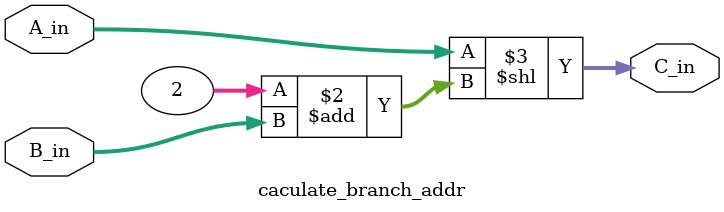
<source format=v>
`timescale 1ns / 1ps


module caculate_branch_addr(
	input [31:0] A_in, B_in,
	output reg [31:0] C_in
);

	always@(*)
	begin
		C_in = A_in << 2 + B_in;
	end
endmodule

</source>
